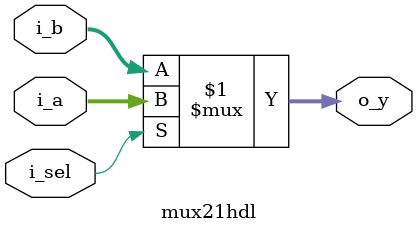
<source format=sv>
/*
 * Project name   :
 * File name      : mux21hdl.sv
 * Created date   : Th03 05 2019
 * Author         : Van-Nam DINH 
 * Last modified  : Th03 05 2019 11:52
 * Desc           :
 */

module mux21hdl(o_y,i_a,i_b,i_sel);
input logic[7:0] i_a,i_b;
input logic i_sel;
output logic[7:0] o_y;
/*
reg[7:0] i_a;
reg[7:0] i_b;
wire[7:0] o_y;
reg i_sel;*/
assign o_y = (i_sel) ? i_a : i_b;
endmodule

</source>
